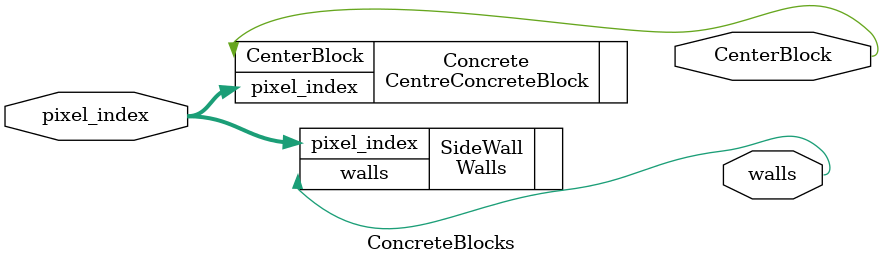
<source format=v>
`timescale 1ns / 1ps


module ConcreteBlocks
#(
    parameter dimensions = 9 , 
    parameter minX = 3 ,maxX = 93 ,
    parameter minY = 1 , maxY = 64
)(
    input[12:0] pixel_index , 
    output walls , CenterBlock
);

    Walls SideWall(.pixel_index(pixel_index) , .walls(walls));
    CentreConcreteBlock #(dimensions,minX,maxX,minY,maxY)Concrete(.pixel_index(pixel_index) , .CenterBlock(CenterBlock));
    
    
 
    
    
    
    
    
    
    
    
    
    
endmodule

</source>
